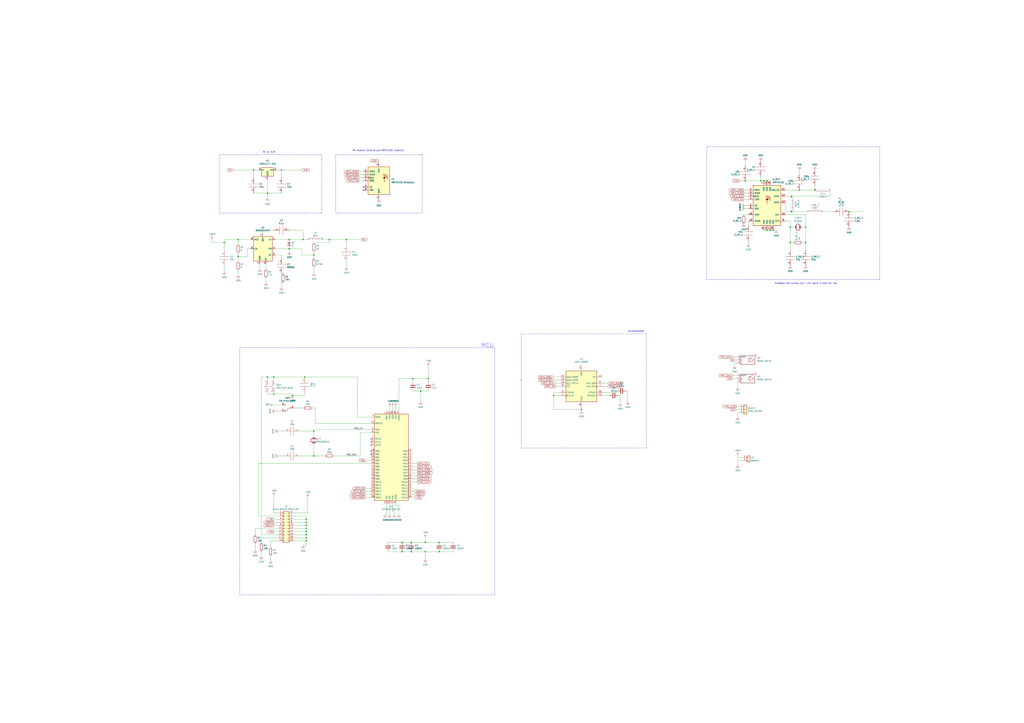
<source format=kicad_sch>
(kicad_sch (version 20211123) (generator eeschema)
  (paper "A1")
  (junction (at 349.25 453.39))
  (junction (at 251.46 436.88))
  (junction (at 219.71 309.88))
  (junction (at 219.71 158.75))
  (junction (at 257.81 374.65))
  (junction (at 635 189.23))
  (junction (at 251.46 441.96))
  (junction (at 240.03 325.12))
  (junction (at 337.82 453.39))
  (junction (at 360.68 453.39))
  (junction (at 237.49 196.85))
  (junction (at 669.29 156.21))
  (junction (at 661.67 199.39))
  (junction (at 251.46 444.5))
  (junction (at 627.38 148.59))
  (junction (at 632.46 189.23))
  (junction (at 284.48 196.85))
  (junction (at 656.59 156.21))
  (junction (at 224.79 309.88))
  (junction (at 224.79 323.85))
  (junction (at 349.25 445.77))
  (junction (at 337.82 445.77))
  (junction (at 251.46 431.8))
  (junction (at 195.58 196.85))
  (junction (at 351.79 311.15))
  (junction (at 250.19 309.88))
  (junction (at 624.84 148.59))
  (junction (at 231.14 139.7))
  (junction (at 697.23 173.99))
  (junction (at 251.46 429.26))
  (junction (at 257.81 354.33))
  (junction (at 257.81 209.55))
  (junction (at 661.67 186.69))
  (junction (at 270.51 196.85))
  (junction (at 648.97 199.39))
  (junction (at 345.44 321.31))
  (junction (at 629.92 189.23))
  (junction (at 330.2 453.39))
  (junction (at 248.92 196.85))
  (junction (at 360.68 445.77))
  (junction (at 251.46 439.42))
  (junction (at 208.28 139.7))
  (junction (at 237.49 204.47))
  (junction (at 650.24 173.99))
  (junction (at 251.46 426.72))
  (junction (at 184.15 199.39))
  (junction (at 454.66 325.12))
  (junction (at 650.24 161.29))
  (junction (at 629.92 148.59))
  (junction (at 612.14 148.59))
  (junction (at 195.58 210.82))
  (junction (at 648.97 186.69))
  (junction (at 339.09 311.15))
  (junction (at 251.46 434.34))
  (junction (at 477.52 336.55))
  (junction (at 330.2 445.77))
  (no_connect (at 304.8 363.22))
  (no_connect (at 304.8 360.68))
  (no_connect (at 298.45 153.67))
  (no_connect (at 304.8 373.38))
  (no_connect (at 304.8 370.84))
  (no_connect (at 304.8 365.76))
  (no_connect (at 298.45 156.21))
  (wire (pts (xy 219.71 309.88) (xy 224.79 309.88)))
  (wire (pts (xy 659.13 199.39) (xy 661.67 199.39)))
  (wire (pts (xy 339.09 313.69) (xy 339.09 311.15)))
  (wire (pts (xy 454.66 322.58) (xy 454.66 325.12)))
  (wire (pts (xy 337.82 406.4) (xy 340.36 406.4)))
  (wire (pts (xy 624.84 144.78) (xy 624.84 148.59)))
  (wire (pts (xy 251.46 434.34) (xy 251.46 436.88)))
  (wire (pts (xy 610.87 156.21) (xy 614.68 156.21)))
  (wire (pts (xy 212.09 424.18) (xy 212.09 381)))
  (wire (pts (xy 295.91 374.65) (xy 295.91 355.6)))
  (wire (pts (xy 195.58 196.85) (xy 184.15 196.85)))
  (wire (pts (xy 477.52 336.55) (xy 477.52 337.82)))
  (wire (pts (xy 610.87 161.29) (xy 614.68 161.29)))
  (wire (pts (xy 607.06 334.01) (xy 604.52 334.01)))
  (wire (pts (xy 226.06 209.55) (xy 231.14 209.55)))
  (wire (pts (xy 669.29 152.4) (xy 669.29 156.21)))
  (polyline (pts (xy 196.85 285.75) (xy 196.85 488.95)))
  (polyline (pts (xy 275.59 127) (xy 275.59 175.26)))
  (wire (pts (xy 274.32 374.65) (xy 295.91 374.65)))
  (wire (pts (xy 228.6 434.34) (xy 209.55 434.34)))
  (wire (pts (xy 224.79 322.58) (xy 224.79 323.85)))
  (wire (pts (xy 231.14 139.7) (xy 247.65 139.7)))
  (wire (pts (xy 320.04 337.82) (xy 320.04 334.01)))
  (wire (pts (xy 228.6 431.8) (xy 224.79 431.8)))
  (polyline (pts (xy 722.63 120.65) (xy 722.63 229.87)))
  (wire (pts (xy 684.53 173.99) (xy 675.64 173.99)))
  (wire (pts (xy 325.12 415.29) (xy 325.12 414.02)))
  (wire (pts (xy 231.14 158.75) (xy 219.71 158.75)))
  (wire (pts (xy 645.16 166.37) (xy 645.16 173.99)))
  (wire (pts (xy 247.65 204.47) (xy 247.65 209.55)))
  (wire (pts (xy 215.9 189.23) (xy 224.79 189.23)))
  (wire (pts (xy 610.87 158.75) (xy 614.68 158.75)))
  (wire (pts (xy 515.62 321.31) (xy 514.35 321.31)))
  (wire (pts (xy 237.49 196.85) (xy 248.92 196.85)))
  (wire (pts (xy 215.9 191.77) (xy 215.9 189.23)))
  (wire (pts (xy 241.3 426.72) (xy 251.46 426.72)))
  (wire (pts (xy 648.97 186.69) (xy 651.51 186.69)))
  (wire (pts (xy 195.58 210.82) (xy 195.58 208.28)))
  (wire (pts (xy 459.74 312.42) (xy 454.66 312.42)))
  (wire (pts (xy 195.58 226.06) (xy 195.58 222.25)))
  (polyline (pts (xy 427.99 274.32) (xy 427.99 368.3)))
  (wire (pts (xy 226.06 204.47) (xy 237.49 204.47)))
  (wire (pts (xy 257.81 374.65) (xy 257.81 365.76)))
  (wire (pts (xy 257.81 374.65) (xy 266.7 374.65)))
  (wire (pts (xy 648.97 199.39) (xy 648.97 205.74)))
  (wire (pts (xy 340.36 408.94) (xy 337.82 408.94)))
  (wire (pts (xy 320.04 414.02) (xy 320.04 422.91)))
  (wire (pts (xy 648.97 199.39) (xy 651.51 199.39)))
  (wire (pts (xy 241.3 431.8) (xy 251.46 431.8)))
  (wire (pts (xy 231.14 232.41) (xy 231.14 236.22)))
  (wire (pts (xy 627.38 148.59) (xy 629.92 148.59)))
  (wire (pts (xy 251.46 441.96) (xy 251.46 444.5)))
  (wire (pts (xy 317.5 414.02) (xy 317.5 422.91)))
  (wire (pts (xy 228.6 436.88) (xy 224.79 436.88)))
  (wire (pts (xy 304.8 347.98) (xy 259.08 347.98)))
  (wire (pts (xy 251.46 429.26) (xy 251.46 431.8)))
  (wire (pts (xy 250.19 325.12) (xy 250.19 322.58)))
  (wire (pts (xy 270.51 196.85) (xy 284.48 196.85)))
  (wire (pts (xy 213.36 217.17) (xy 213.36 220.98)))
  (wire (pts (xy 339.09 311.15) (xy 351.79 311.15)))
  (polyline (pts (xy 722.63 229.87) (xy 580.39 229.87)))
  (wire (pts (xy 205.74 196.85) (xy 195.58 196.85)))
  (wire (pts (xy 645.16 161.29) (xy 650.24 161.29)))
  (wire (pts (xy 284.48 196.85) (xy 297.18 196.85)))
  (wire (pts (xy 251.46 426.72) (xy 251.46 429.26)))
  (wire (pts (xy 337.82 386.08) (xy 342.9 386.08)))
  (polyline (pts (xy 406.4 285.75) (xy 406.4 488.95)))
  (wire (pts (xy 294.64 140.97) (xy 298.45 140.97)))
  (wire (pts (xy 337.82 391.16) (xy 342.9 391.16)))
  (wire (pts (xy 248.92 335.28) (xy 241.3 335.28)))
  (wire (pts (xy 322.58 420.37) (xy 323.85 420.37)))
  (wire (pts (xy 231.14 232.41) (xy 232.41 232.41)))
  (wire (pts (xy 257.81 354.33) (xy 257.81 358.14)))
  (wire (pts (xy 293.37 342.9) (xy 304.8 342.9)))
  (polyline (pts (xy 580.39 120.65) (xy 722.63 120.65)))
  (wire (pts (xy 241.3 429.26) (xy 251.46 429.26)))
  (wire (pts (xy 659.13 186.69) (xy 661.67 186.69)))
  (wire (pts (xy 224.79 421.64) (xy 224.79 407.67)))
  (wire (pts (xy 294.64 148.59) (xy 298.45 148.59)))
  (wire (pts (xy 323.85 420.37) (xy 323.85 422.91)))
  (wire (pts (xy 661.67 199.39) (xy 661.67 205.74)))
  (polyline (pts (xy 264.16 175.26) (xy 264.16 127)))
  (wire (pts (xy 349.25 453.39) (xy 360.68 453.39)))
  (wire (pts (xy 233.68 374.65) (xy 228.6 374.65)))
  (wire (pts (xy 240.03 325.12) (xy 250.19 325.12)))
  (wire (pts (xy 248.92 196.85) (xy 248.92 189.23)))
  (wire (pts (xy 327.66 337.82) (xy 327.66 311.15)))
  (wire (pts (xy 337.82 383.54) (xy 342.9 383.54)))
  (wire (pts (xy 222.25 461.01) (xy 222.25 457.2)))
  (wire (pts (xy 214.63 457.2) (xy 214.63 453.39)))
  (wire (pts (xy 247.65 209.55) (xy 257.81 209.55)))
  (wire (pts (xy 231.14 209.55) (xy 231.14 212.09)))
  (wire (pts (xy 240.03 325.12) (xy 240.03 323.85)))
  (wire (pts (xy 459.74 317.5) (xy 457.2 317.5)))
  (wire (pts (xy 318.77 445.77) (xy 330.2 445.77)))
  (wire (pts (xy 212.09 139.7) (xy 208.28 139.7)))
  (wire (pts (xy 173.99 199.39) (xy 173.99 196.85)))
  (wire (pts (xy 233.68 354.33) (xy 228.6 354.33)))
  (wire (pts (xy 612.14 171.45) (xy 614.68 171.45)))
  (wire (pts (xy 237.49 204.47) (xy 247.65 204.47)))
  (wire (pts (xy 231.14 224.79) (xy 232.41 224.79)))
  (wire (pts (xy 322.58 414.02) (xy 322.58 420.37)))
  (wire (pts (xy 184.15 223.52) (xy 184.15 218.44)))
  (wire (pts (xy 208.28 158.75) (xy 219.71 158.75)))
  (wire (pts (xy 648.97 186.69) (xy 648.97 199.39)))
  (wire (pts (xy 195.58 200.66) (xy 195.58 196.85)))
  (wire (pts (xy 219.71 323.85) (xy 219.71 322.58)))
  (wire (pts (xy 224.79 309.88) (xy 250.19 309.88)))
  (wire (pts (xy 251.46 431.8) (xy 251.46 434.34)))
  (wire (pts (xy 605.79 342.9) (xy 605.79 339.09)))
  (polyline (pts (xy 180.34 175.26) (xy 264.16 175.26)))
  (wire (pts (xy 629.92 189.23) (xy 632.46 189.23)))
  (wire (pts (xy 337.82 396.24) (xy 342.9 396.24)))
  (wire (pts (xy 612.14 168.91) (xy 614.68 168.91)))
  (wire (pts (xy 495.3 322.58) (xy 506.73 322.58)))
  (wire (pts (xy 184.15 205.74) (xy 184.15 199.39)))
  (polyline (pts (xy 275.59 175.26) (xy 346.71 175.26)))
  (wire (pts (xy 209.55 447.04) (xy 209.55 452.12)))
  (wire (pts (xy 454.66 325.12) (xy 459.74 325.12)))
  (wire (pts (xy 605.79 295.91) (xy 604.52 295.91)))
  (wire (pts (xy 228.6 441.96) (xy 214.63 441.96)))
  (wire (pts (xy 241.3 444.5) (xy 251.46 444.5)))
  (polyline (pts (xy 264.16 127) (xy 180.34 127)))
  (wire (pts (xy 645.16 173.99) (xy 650.24 173.99)))
  (wire (pts (xy 226.06 196.85) (xy 237.49 196.85)))
  (wire (pts (xy 656.59 156.21) (xy 669.29 156.21)))
  (wire (pts (xy 645.16 156.21) (xy 656.59 156.21)))
  (wire (pts (xy 607.06 336.55) (xy 604.52 336.55)))
  (polyline (pts (xy 427.99 368.3) (xy 530.86 368.3)))
  (wire (pts (xy 252.73 421.64) (xy 252.73 408.94)))
  (wire (pts (xy 345.44 330.2) (xy 345.44 321.31)))
  (wire (pts (xy 351.79 321.31) (xy 345.44 321.31)))
  (wire (pts (xy 248.92 189.23) (xy 237.49 189.23)))
  (wire (pts (xy 294.64 146.05) (xy 298.45 146.05)))
  (wire (pts (xy 349.25 459.74) (xy 349.25 453.39)))
  (wire (pts (xy 218.44 232.41) (xy 218.44 228.6)))
  (wire (pts (xy 184.15 196.85) (xy 184.15 199.39)))
  (wire (pts (xy 295.91 355.6) (xy 304.8 355.6)))
  (wire (pts (xy 661.67 186.69) (xy 661.67 199.39)))
  (wire (pts (xy 241.3 434.34) (xy 251.46 434.34)))
  (wire (pts (xy 327.66 311.15) (xy 339.09 311.15)))
  (wire (pts (xy 257.81 199.39) (xy 270.51 199.39)))
  (wire (pts (xy 627.38 189.23) (xy 629.92 189.23)))
  (wire (pts (xy 251.46 424.18) (xy 251.46 426.72)))
  (wire (pts (xy 508 325.12) (xy 509.27 325.12)))
  (wire (pts (xy 173.99 199.39) (xy 184.15 199.39)))
  (polyline (pts (xy 580.39 120.65) (xy 580.39 229.87)))
  (wire (pts (xy 259.08 347.98) (xy 259.08 335.28)))
  (wire (pts (xy 624.84 148.59) (xy 627.38 148.59)))
  (wire (pts (xy 495.3 325.12) (xy 500.38 325.12)))
  (wire (pts (xy 605.79 311.15) (xy 601.98 311.15)))
  (wire (pts (xy 284.48 196.85) (xy 284.48 201.93)))
  (wire (pts (xy 337.82 381) (xy 342.9 381)))
  (wire (pts (xy 224.79 312.42) (xy 224.79 309.88)))
  (wire (pts (xy 228.6 421.64) (xy 224.79 421.64)))
  (wire (pts (xy 191.77 139.7) (xy 208.28 139.7)))
  (polyline (pts (xy 427.99 312.42) (xy 426.72 312.42)))
  (wire (pts (xy 609.6 378.46) (xy 605.79 378.46)))
  (wire (pts (xy 603.25 298.45) (xy 605.79 298.45)))
  (wire (pts (xy 697.23 173.99) (xy 708.66 173.99)))
  (wire (pts (xy 609.6 375.92) (xy 605.79 375.92)))
  (wire (pts (xy 610.87 163.83) (xy 614.68 163.83)))
  (wire (pts (xy 661.67 176.53) (xy 661.67 186.69)))
  (wire (pts (xy 250.19 309.88) (xy 293.37 309.88)))
  (wire (pts (xy 195.58 210.82) (xy 203.2 210.82)))
  (wire (pts (xy 605.79 293.37) (xy 601.98 293.37)))
  (wire (pts (xy 228.6 444.5) (xy 222.25 444.5)))
  (wire (pts (xy 605.79 339.09) (xy 607.06 339.09)))
  (wire (pts (xy 327.66 422.91) (xy 327.66 415.29)))
  (wire (pts (xy 337.82 388.62) (xy 342.9 388.62)))
  (wire (pts (xy 337.82 393.7) (xy 342.9 393.7)))
  (wire (pts (xy 241.3 439.42) (xy 251.46 439.42)))
  (polyline (pts (xy 196.85 488.95) (xy 406.4 488.95)))
  (wire (pts (xy 349.25 445.77) (xy 349.25 441.96)))
  (wire (pts (xy 241.3 421.64) (xy 252.73 421.64)))
  (wire (pts (xy 228.6 439.42) (xy 214.63 439.42)))
  (wire (pts (xy 203.2 210.82) (xy 203.2 204.47)))
  (wire (pts (xy 360.68 445.77) (xy 372.11 445.77)))
  (wire (pts (xy 209.55 434.34) (xy 209.55 439.42)))
  (wire (pts (xy 246.38 354.33) (xy 257.81 354.33)))
  (wire (pts (xy 351.79 311.15) (xy 351.79 300.99)))
  (wire (pts (xy 311.15 132.08) (xy 311.15 133.35)))
  (wire (pts (xy 605.79 375.92) (xy 605.79 374.65)))
  (wire (pts (xy 246.38 374.65) (xy 257.81 374.65)))
  (wire (pts (xy 259.08 335.28) (xy 256.54 335.28)))
  (wire (pts (xy 241.3 441.96) (xy 251.46 441.96)))
  (wire (pts (xy 629.92 148.59) (xy 632.46 148.59)))
  (wire (pts (xy 214.63 441.96) (xy 214.63 445.77)))
  (wire (pts (xy 351.79 311.15) (xy 351.79 313.69)))
  (wire (pts (xy 515.62 330.2) (xy 515.62 321.31)))
  (wire (pts (xy 251.46 439.42) (xy 251.46 441.96)))
  (wire (pts (xy 322.58 337.82) (xy 322.58 334.01)))
  (polyline (pts (xy 180.34 127) (xy 180.34 175.26)))
  (wire (pts (xy 195.58 214.63) (xy 195.58 210.82)))
  (wire (pts (xy 299.72 401.32) (xy 304.8 401.32)))
  (wire (pts (xy 219.71 158.75) (xy 219.71 147.32)))
  (wire (pts (xy 509.27 325.12) (xy 509.27 331.47)))
  (wire (pts (xy 299.72 406.4) (xy 304.8 406.4)))
  (wire (pts (xy 349.25 445.77) (xy 360.68 445.77)))
  (wire (pts (xy 656.59 139.7) (xy 656.59 143.51)))
  (wire (pts (xy 650.24 173.99) (xy 662.94 173.99)))
  (wire (pts (xy 495.3 314.96) (xy 499.11 314.96)))
  (wire (pts (xy 327.66 415.29) (xy 325.12 415.29)))
  (wire (pts (xy 650.24 161.29) (xy 681.99 161.29)))
  (polyline (pts (xy 346.71 127) (xy 346.71 175.26)))
  (wire (pts (xy 219.71 312.42) (xy 219.71 309.88)))
  (wire (pts (xy 294.64 143.51) (xy 298.45 143.51)))
  (wire (pts (xy 605.79 308.61) (xy 601.98 308.61)))
  (wire (pts (xy 214.63 309.88) (xy 219.71 309.88)))
  (wire (pts (xy 610.87 176.53) (xy 614.68 176.53)))
  (wire (pts (xy 224.79 323.85) (xy 219.71 323.85)))
  (wire (pts (xy 360.68 453.39) (xy 372.11 453.39)))
  (wire (pts (xy 251.46 444.5) (xy 251.46 448.31)))
  (wire (pts (xy 454.66 325.12) (xy 454.66 336.55)))
  (wire (pts (xy 248.92 196.85) (xy 252.73 196.85)))
  (wire (pts (xy 304.8 378.46) (xy 300.99 378.46)))
  (wire (pts (xy 603.25 300.99) (xy 603.25 298.45)))
  (wire (pts (xy 284.48 219.71) (xy 284.48 214.63)))
  (wire (pts (xy 304.8 353.06) (xy 257.81 353.06)))
  (wire (pts (xy 228.6 424.18) (xy 212.09 424.18)))
  (wire (pts (xy 208.28 139.7) (xy 208.28 146.05)))
  (wire (pts (xy 337.82 453.39) (xy 330.2 453.39)))
  (wire (pts (xy 645.16 181.61) (xy 648.97 181.61)))
  (wire (pts (xy 681.99 161.29) (xy 681.99 156.21)))
  (wire (pts (xy 231.14 332.74) (xy 224.79 332.74)))
  (wire (pts (xy 231.14 337.82) (xy 226.06 337.82)))
  (wire (pts (xy 337.82 445.77) (xy 349.25 445.77)))
  (wire (pts (xy 241.3 436.88) (xy 251.46 436.88)))
  (wire (pts (xy 257.81 207.01) (xy 257.81 209.55)))
  (wire (pts (xy 257.81 353.06) (xy 257.81 354.33)))
  (wire (pts (xy 257.81 209.55) (xy 257.81 212.09)))
  (wire (pts (xy 614.68 198.12) (xy 614.68 200.66)))
  (wire (pts (xy 612.14 148.59) (xy 624.84 148.59)))
  (wire (pts (xy 605.79 378.46) (xy 605.79 382.27)))
  (wire (pts (xy 222.25 444.5) (xy 222.25 449.58)))
  (wire (pts (xy 227.33 139.7) (xy 231.14 139.7)))
  (wire (pts (xy 228.6 429.26) (xy 224.79 429.26)))
  (wire (pts (xy 203.2 204.47) (xy 205.74 204.47)))
  (wire (pts (xy 218.44 220.98) (xy 218.44 217.17)))
  (wire (pts (xy 612.14 132.08) (xy 612.14 135.89)))
  (wire (pts (xy 605.79 318.77) (xy 605.79 313.69)))
  (wire (pts (xy 251.46 448.31) (xy 248.92 448.31)))
  (wire (pts (xy 241.3 424.18) (xy 251.46 424.18)))
  (wire (pts (xy 608.33 148.59) (xy 612.14 148.59)))
  (polyline (pts (xy 530.86 368.3) (xy 530.86 274.32)))
  (wire (pts (xy 645.16 176.53) (xy 661.67 176.53)))
  (wire (pts (xy 337.82 403.86) (xy 340.36 403.86)))
  (wire (pts (xy 304.8 408.94) (xy 299.72 408.94)))
  (wire (pts (xy 240.03 323.85) (xy 224.79 323.85)))
  (wire (pts (xy 251.46 436.88) (xy 251.46 439.42)))
  (wire (pts (xy 214.63 439.42) (xy 214.63 309.88)))
  (wire (pts (xy 648.97 181.61) (xy 648.97 186.69)))
  (wire (pts (xy 632.46 189.23) (xy 635 189.23)))
  (polyline (pts (xy 530.86 274.32) (xy 427.99 274.32)))
  (wire (pts (xy 454.66 336.55) (xy 477.52 336.55)))
  (wire (pts (xy 614.68 181.61) (xy 614.68 185.42)))
  (wire (pts (xy 228.6 426.72) (xy 224.79 426.72)))
  (wire (pts (xy 325.12 337.82) (xy 325.12 334.01)))
  (wire (pts (xy 270.51 199.39) (xy 270.51 196.85)))
  (wire (pts (xy 337.82 453.39) (xy 349.25 453.39)))
  (wire (pts (xy 237.49 204.47) (xy 237.49 207.01)))
  (polyline (pts (xy 196.85 285.75) (xy 406.4 285.75)))
  (wire (pts (xy 219.71 158.75) (xy 219.71 162.56)))
  (wire (pts (xy 495.3 317.5) (xy 499.11 317.5)))
  (wire (pts (xy 212.09 381) (xy 304.8 381)))
  (wire (pts (xy 635 189.23) (xy 637.54 189.23)))
  (wire (pts (xy 330.2 445.77) (xy 337.82 445.77)))
  (wire (pts (xy 459.74 322.58) (xy 454.66 322.58)))
  (wire (pts (xy 317.5 422.91) (xy 316.23 422.91)))
  (wire (pts (xy 293.37 309.88) (xy 293.37 342.9)))
  (wire (pts (xy 455.93 314.96) (xy 459.74 314.96)))
  (wire (pts (xy 318.77 453.39) (xy 330.2 453.39)))
  (wire (pts (xy 270.51 196.85) (xy 265.43 196.85)))
  (wire (pts (xy 345.44 321.31) (xy 339.09 321.31)))
  (wire (pts (xy 459.74 309.88) (xy 454.66 309.88)))
  (polyline (pts (xy 346.71 127) (xy 275.59 127)))
  (wire (pts (xy 299.72 403.86) (xy 304.8 403.86)))
  (wire (pts (xy 231.14 139.7) (xy 231.14 146.05)))
  (wire (pts (xy 257.81 219.71) (xy 257.81 224.79)))
  (wire (pts (xy 477.52 335.28) (xy 477.52 336.55)))
  (wire (pts (xy 506.73 322.58) (xy 506.73 321.31)))
  (text "Probably not correct but i will leave it here for now\n" (at 636.27 233.68 0) (effects (font (size 1.27 1.27)) (justify left bottom)))
  (text "MCU" (at 394.97 285.75 0) (effects (font (size 3.2766 3.2766)) (justify left bottom)))
  (text "RC module (slot to put NRF24L01 module)\n" (at 289.56 124.46 0) (effects (font (size 1.27 1.27)) (justify left bottom)))
  (text "5V to 3.3V\n" (at 215.9 125.73 0) (effects (font (size 1.27 1.27)) (justify left bottom)))
  (text "Accelerometer" (at 515.62 273.05 0) (effects (font (size 1.27 1.27)) (justify left bottom)))
  (label "OSC_OUT" (at 284.48 374.65 0))
  (label "OSC_IN" (at 290.83 353.06 0))
  (global_label "SPI1_CS" (shape input) (at 457.2 317.5 180) (property "Intersheet References" "${INTERSHEET_REFS}" (effects hide)))
  (global_label "TIM1_CH2" (shape output) (at 342.9 393.7 0) (property "Intersheet References" "${INTERSHEET_REFS}" (effects hide)))
  (global_label "SWCLK" (shape input) (at 340.36 406.4 0) (property "Intersheet References" "${INTERSHEET_REFS}" (effects hide)))
  (global_label "SPI1_SCK" (shape output) (at 610.87 161.29 180) (property "Intersheet References" "${INTERSHEET_REFS}" (effects hide)))
  (global_label "SPI1_MISO" (shape output) (at 294.64 143.51 180) (property "Intersheet References" "${INTERSHEET_REFS}" (effects hide)))
  (global_label "SPI1_MOSI" (shape output) (at 294.64 140.97 180) (property "Intersheet References" "${INTERSHEET_REFS}" (effects hide)))
  (global_label "SPI2_MOSI" (shape input) (at 499.11 314.96 0) (property "Intersheet References" "${INTERSHEET_REFS}" (effects hide)))
  (global_label "SPI2_CS" (shape output) (at 299.72 401.32 180) (property "Intersheet References" "${INTERSHEET_REFS}" (effects hide)))
  (global_label "SPI1_MISO" (shape output) (at 342.9 386.08 0) (property "Intersheet References" "${INTERSHEET_REFS}" (effects hide)))
  (global_label "5V" (shape input) (at 604.52 295.91 180) (property "Intersheet References" "${INTERSHEET_REFS}" (effects hide)))
  (global_label "SPI1_MOSI" (shape input) (at 454.66 309.88 180) (property "Intersheet References" "${INTERSHEET_REFS}" (effects hide)))
  (global_label "5V" (shape input) (at 601.98 311.15 180) (property "Intersheet References" "${INTERSHEET_REFS}" (effects hide)))
  (global_label "TIM1_CH3" (shape output) (at 604.52 334.01 180) (property "Intersheet References" "${INTERSHEET_REFS}" (effects hide)))
  (global_label "SPI1_SCK" (shape input) (at 455.93 314.96 180) (property "Intersheet References" "${INTERSHEET_REFS}" (effects hide)))
  (global_label "3.3V" (shape input) (at 608.33 148.59 180) (property "Intersheet References" "${INTERSHEET_REFS}" (effects hide)))
  (global_label "SPI1_CS" (shape output) (at 342.9 381 0) (property "Intersheet References" "${INTERSHEET_REFS}" (effects hide)))
  (global_label "SPI2_SCK" (shape input) (at 499.11 317.5 0) (property "Intersheet References" "${INTERSHEET_REFS}" (effects hide)))
  (global_label "SPI1_SCK" (shape output) (at 294.64 146.05 180) (property "Intersheet References" "${INTERSHEET_REFS}" (effects hide)))
  (global_label "JTDI" (shape output) (at 224.79 426.72 180) (property "Intersheet References" "${INTERSHEET_REFS}" (effects hide)))
  (global_label "TDO" (shape input) (at 300.99 378.46 180) (property "Intersheet References" "${INTERSHEET_REFS}" (effects hide)))
  (global_label "SPI1_MISO" (shape output) (at 610.87 158.75 180) (property "Intersheet References" "${INTERSHEET_REFS}" (effects hide)))
  (global_label "SWDIO" (shape output) (at 224.79 429.26 180) (property "Intersheet References" "${INTERSHEET_REFS}" (effects hide)))
  (global_label "SPI1_CS" (shape output) (at 294.64 148.59 180) (property "Intersheet References" "${INTERSHEET_REFS}" (effects hide)))
  (global_label "5V" (shape input) (at 191.77 139.7 180) (property "Intersheet References" "${INTERSHEET_REFS}" (effects hide)))
  (global_label "5V" (shape input) (at 604.52 336.55 180) (property "Intersheet References" "${INTERSHEET_REFS}" (effects hide)))
  (global_label "SPI2_MOSI" (shape output) (at 299.72 408.94 180) (property "Intersheet References" "${INTERSHEET_REFS}" (effects hide)))
  (global_label "SPI2_SCK" (shape output) (at 299.72 403.86 180) (property "Intersheet References" "${INTERSHEET_REFS}" (effects hide)))
  (global_label "TIM1_CH1" (shape input) (at 601.98 293.37 180) (property "Intersheet References" "${INTERSHEET_REFS}" (effects hide)))
  (global_label "3.3V" (shape input) (at 311.15 132.08 180) (property "Intersheet References" "${INTERSHEET_REFS}" (effects hide)))
  (global_label "3.3V" (shape input) (at 247.65 139.7 0) (property "Intersheet References" "${INTERSHEET_REFS}" (effects hide)))
  (global_label "TIM1_CH2" (shape input) (at 601.98 308.61 180) (property "Intersheet References" "${INTERSHEET_REFS}" (effects hide)))
  (global_label "SPI1_MOSI" (shape output) (at 342.9 388.62 0) (property "Intersheet References" "${INTERSHEET_REFS}" (effects hide)))
  (global_label "SPI1_MISO" (shape input) (at 454.66 312.42 180) (property "Intersheet References" "${INTERSHEET_REFS}" (effects hide)))
  (global_label "SPI1_SCK" (shape output) (at 342.9 383.54 0) (property "Intersheet References" "${INTERSHEET_REFS}" (effects hide)))
  (global_label "SPI1_CS" (shape output) (at 610.87 163.83 180) (property "Intersheet References" "${INTERSHEET_REFS}" (effects hide)))
  (global_label "JTDI" (shape input) (at 340.36 408.94 0) (property "Intersheet References" "${INTERSHEET_REFS}" (effects hide)))
  (global_label "TIM1_CH3" (shape output) (at 342.9 396.24 0) (property "Intersheet References" "${INTERSHEET_REFS}" (effects hide)))
  (global_label "SPI1_MOSI" (shape output) (at 610.87 156.21 180) (property "Intersheet References" "${INTERSHEET_REFS}" (effects hide)))
  (global_label "5V" (shape output) (at 297.18 196.85 0) (property "Intersheet References" "${INTERSHEET_REFS}" (effects hide)))
  (global_label "SWDIO" (shape input) (at 340.36 403.86 0) (property "Intersheet References" "${INTERSHEET_REFS}" (effects hide)))
  (global_label "SPI2_MISO" (shape output) (at 299.72 406.4 180) (property "Intersheet References" "${INTERSHEET_REFS}" (effects hide)))
  (global_label "TDO" (shape output) (at 224.79 436.88 180) (property "Intersheet References" "${INTERSHEET_REFS}" (effects hide)))
  (global_label "TIM1_CH1" (shape output) (at 342.9 391.16 0) (property "Intersheet References" "${INTERSHEET_REFS}" (effects hide)))
  (global_label "SWCLK" (shape output) (at 224.79 431.8 180) (property "Intersheet References" "${INTERSHEET_REFS}" (effects hide)))
  (symbol (lib_id "power:GND") (at 240.03 325.12 0) (unit 1)
    (property "Reference" "#PWR?" (effects hide))
    (property "Value" "GND" (at 240.157 329.5142 0))
  )
  (symbol (lib_id "pspice:C") (at 184.15 212.09 0) (unit 1)
    (property "Reference" "C?" (at 188.6712 210.9216 0) (effects (justify left)))
    (property "Value" "10u" (at 188.6712 213.233 0) (effects (justify left)))
  )
  (symbol (lib_id "Device:R") (at 252.73 335.28 270) (unit 1)
    (property "Reference" "R?" (at 252.73 330.0222 90))
    (property "Value" "10K" (at 252.73 332.3336 90))
  )
  (symbol (lib_id "power:GND") (at 661.67 218.44 0) (unit 1)
    (property "Reference" "#PWR?" (effects hide))
    (property "Value" "GND" (at 661.797 222.8342 0))
  )
  (symbol (lib_id "power:VDD") (at 322.58 334.01 0) (unit 1)
    (property "Reference" "#PWR?" (effects hide))
    (property "Value" "VDD" (at 322.961 329.6158 0))
  )
  (symbol (lib_id "pspice:C") (at 208.28 152.4 0) (unit 1)
    (property "Reference" "C?" (at 212.8012 151.2316 0) (effects (justify left)))
    (property "Value" "10u" (at 212.8012 153.543 0) (effects (justify left)))
  )
  (symbol (lib_id "pspice:C") (at 690.88 173.99 90) (unit 1)
    (property "Reference" "C_RC_?" (at 689.7116 169.4688 0) (effects (justify left)))
    (property "Value" "1.5p" (at 692.023 169.4688 0) (effects (justify left)))
  )
  (symbol (lib_id "Device:R") (at 222.25 453.39 0) (unit 1)
    (property "Reference" "R?" (at 224.028 452.2216 0) (effects (justify left)))
    (property "Value" "10k" (at 224.028 454.533 0) (effects (justify left)))
  )
  (symbol (lib_id "Device:Crystal") (at 257.81 361.95 270) (unit 1)
    (property "Reference" "Y?" (at 261.1374 360.7816 90) (effects (justify left)))
    (property "Value" "8.000MHZ" (at 261.1374 363.093 90) (effects (justify left)))
  )
  (symbol (lib_id "pspice:C") (at 231.14 189.23 90) (unit 1)
    (property "Reference" "C?" (at 231.14 181.229 90))
    (property "Value" "0.1u" (at 231.14 183.5404 90))
  )
  (symbol (lib_id "Device:R") (at 195.58 218.44 0) (unit 1)
    (property "Reference" "R?" (at 197.358 217.2716 0) (effects (justify left)))
    (property "Value" "R" (at 197.358 219.583 0) (effects (justify left)))
  )
  (symbol (lib_id "power:VDD") (at 224.79 407.67 0) (unit 1)
    (property "Reference" "#PWR?" (effects hide))
    (property "Value" "VDD" (at 225.171 403.2758 0))
  )
  (symbol (lib_id "power:GND") (at 226.06 337.82 270) (unit 1)
    (property "Reference" "#PWR?" (effects hide))
    (property "Value" "GND" (at 221.6658 337.947 0))
  )
  (symbol (lib_id "power:GND") (at 327.66 422.91 0) (unit 1)
    (property "Reference" "#PWR?" (effects hide))
    (property "Value" "GND" (at 327.787 427.3042 0))
  )
  (symbol (lib_id "Device:C") (at 504.19 325.12 90) (unit 1)
    (property "Reference" "C?" (at 504.19 318.7192 90))
    (property "Value" "0.1u" (at 504.19 321.0306 90))
  )
  (symbol (lib_id "Device:C") (at 372.11 449.58 0) (unit 1)
    (property "Reference" "C?" (at 375.031 448.4116 0) (effects (justify left)))
    (property "Value" "100nF" (at 375.031 450.723 0) (effects (justify left)))
  )
  (symbol (lib_id "power:+BATT") (at 173.99 196.85 0) (unit 1)
    (property "Reference" "#PWR?" (effects hide))
    (property "Value" "+BATT" (at 174.371 192.4558 0))
  )
  (symbol (lib_id "power:GND") (at 509.27 331.47 0) (unit 1)
    (property "Reference" "#PWR?" (effects hide))
    (property "Value" "GND" (at 509.397 335.8642 0))
  )
  (symbol (lib_id "power:+BATT") (at 605.79 374.65 0) (unit 1)
    (property "Reference" "#PWR?" (effects hide))
    (property "Value" "+BATT" (at 606.171 370.2558 0))
  )
  (symbol (lib_id "power:GND") (at 218.44 232.41 0) (unit 1)
    (property "Reference" "#PWR?" (effects hide))
    (property "Value" "GND" (at 218.567 236.8042 0))
  )
  (symbol (lib_id "Device:R") (at 195.58 204.47 0) (unit 1)
    (property "Reference" "R?" (at 197.358 203.3016 0) (effects (justify left)))
    (property "Value" "R" (at 197.358 205.613 0) (effects (justify left)))
  )
  (symbol (lib_id "power:GND") (at 669.29 139.7 180) (unit 1)
    (property "Reference" "#PWR?" (effects hide))
    (property "Value" "GND" (at 669.163 135.3058 0))
  )
  (symbol (lib_id "RF:NRF24L01") (at 629.92 168.91 0) (unit 1)
    (property "Reference" "U_RC?" (at 634.4794 147.32 0) (effects (justify left)))
    (property "Value" "NRF24L01" (at 634.4794 149.86 0) (effects (justify left)))
    (property "Footprint" "Package_DFN_QFN:QFN-20-1EP_4x4mm_P0.5mm_EP2.5x2.5mm" (effects hide))
    (property "Datasheet" "http://www.nordicsemi.com/eng/content/download/2730/34105/file/nRF24L01_Product_Specification_v2_0.pdf" (effects hide))
  )
  (symbol (lib_id "Device:D") (at 237.49 200.66 270) (unit 1)
    (property "Reference" "D?" (at 239.522 199.4916 90) (effects (justify left)))
    (property "Value" "D" (at 239.522 201.803 90) (effects (justify left)))
  )
  (symbol (lib_id "power:GND") (at 248.92 448.31 0) (unit 1)
    (property "Reference" "#PWR?" (effects hide))
    (property "Value" "GND" (at 249.047 452.7042 0))
  )
  (symbol (lib_id "power:GND") (at 612.14 168.91 270) (unit 1)
    (property "Reference" "#PWR?" (effects hide))
    (property "Value" "GND" (at 607.7458 169.037 0))
  )
  (symbol (lib_id "power:VDD") (at 224.79 332.74 90) (unit 1)
    (property "Reference" "#PWR?" (effects hide))
    (property "Value" "VDD" (at 221.5642 332.359 90) (effects (justify left)))
  )
  (symbol (lib_id "power:GND") (at 697.23 186.69 0) (unit 1)
    (property "Reference" "#PWR?" (effects hide))
    (property "Value" "GND" (at 697.357 191.0842 0))
  )
  (symbol (lib_id "power:GND") (at 605.79 382.27 0) (unit 1)
    (property "Reference" "#PWR?" (effects hide))
    (property "Value" "GND" (at 605.917 386.6642 0))
  )
  (symbol (lib_id "power:GND") (at 213.36 220.98 0) (unit 1)
    (property "Reference" "#PWR?" (effects hide))
    (property "Value" "GND" (at 213.487 225.3742 0))
  )
  (symbol (lib_id "Device:C") (at 330.2 449.58 0) (unit 1)
    (property "Reference" "C?" (at 333.121 448.4116 0) (effects (justify left)))
    (property "Value" "100nF" (at 333.121 450.723 0) (effects (justify left)))
  )
  (symbol (lib_id "pspice:C") (at 624.84 138.43 180) (unit 1)
    (property "Reference" "C_RC_?" (at 620.3188 139.5984 0) (effects (justify left)))
    (property "Value" "1n" (at 620.3188 137.287 0) (effects (justify left)))
  )
  (symbol (lib_id "power:GND") (at 284.48 219.71 0) (unit 1)
    (property "Reference" "#PWR?" (effects hide))
    (property "Value" "GND" (at 284.607 224.1042 0))
  )
  (symbol (lib_id "power:GND") (at 612.14 171.45 270) (unit 1)
    (property "Reference" "#PWR?" (effects hide))
    (property "Value" "GND" (at 607.7458 171.577 0))
  )
  (symbol (lib_id "power:GND") (at 349.25 459.74 0) (unit 1)
    (property "Reference" "#PWR?" (effects hide))
    (property "Value" "GND" (at 349.377 464.1342 0))
  )
  (symbol (lib_id "power:GND") (at 610.87 184.15 0) (unit 1)
    (property "Reference" "#PWR?" (effects hide))
    (property "Value" "GND" (at 610.997 188.5442 0))
  )
  (symbol (lib_id "Device:R") (at 610.87 180.34 180) (unit 1)
    (property "Reference" "R_RC_?" (at 609.092 181.5084 0) (effects (justify left)))
    (property "Value" "22K" (at 609.092 179.197 0) (effects (justify left)))
  )
  (symbol (lib_id "pspice:CAP") (at 250.19 316.23 180) (unit 1)
    (property "Reference" "C?" (at 258.191 316.23 90))
    (property "Value" "20p" (at 255.8796 316.23 90))
    (property "Footprint" "Capacitor_THT:CP_Axial_L10.0mm_D4.5mm_P15.00mm_Horizontal" (effects hide))
  )
  (symbol (lib_id "Device:C") (at 337.82 449.58 0) (unit 1)
    (property "Reference" "C?" (at 340.741 448.4116 0) (effects (justify left)))
    (property "Value" "100nF" (at 340.741 450.723 0) (effects (justify left)))
  )
  (symbol (lib_id "pspice:C") (at 231.14 218.44 0) (unit 1)
    (property "Reference" "C?" (at 235.6612 217.2716 0) (effects (justify left)))
    (property "Value" "6800p" (at 235.6612 219.583 0) (effects (justify left)))
  )
  (symbol (lib_id "Device:C") (at 351.79 317.5 0) (unit 1)
    (property "Reference" "C?" (at 354.711 316.3316 0) (effects (justify left)))
    (property "Value" "1uF" (at 354.711 318.643 0) (effects (justify left)))
    (property "Footprint" "Capacitor_THT:CP_Axial_L10.0mm_D4.5mm_P15.00mm_Horizontal" (effects hide))
  )
  (symbol (lib_id "power:GND") (at 222.25 461.01 0) (unit 1)
    (property "Reference" "#PWR?" (effects hide))
    (property "Value" "GND" (at 222.377 465.4042 0))
  )
  (symbol (lib_id "Device:R") (at 655.32 199.39 90) (unit 1)
    (property "Reference" "R_RC_?" (at 654.1516 197.612 0) (effects (justify left)))
    (property "Value" "1M" (at 656.463 197.612 0) (effects (justify left)))
  )
  (symbol (lib_id "power:VDD") (at 351.79 300.99 0) (unit 1)
    (property "Reference" "#PWR?" (effects hide))
    (property "Value" "VDD" (at 352.171 296.5958 0))
  )
  (symbol (lib_id "power:GND") (at 614.68 200.66 0) (unit 1)
    (property "Reference" "#PWR?" (effects hide))
    (property "Value" "GND" (at 614.807 205.0542 0))
  )
  (symbol (lib_id "power:GND") (at 219.71 162.56 0) (unit 1)
    (property "Reference" "#PWR?" (effects hide))
    (property "Value" "GND" (at 219.71 167.64 0))
  )
  (symbol (lib_id "power:GND") (at 184.15 223.52 0) (unit 1)
    (property "Reference" "#PWR?" (effects hide))
    (property "Value" "GND" (at 184.277 227.9142 0))
  )
  (symbol (lib_id "power:VDD") (at 320.04 334.01 0) (unit 1)
    (property "Reference" "#PWR?" (effects hide))
    (property "Value" "VDD" (at 320.421 329.6158 0))
  )
  (symbol (lib_id "power:GND") (at 209.55 452.12 0) (unit 1)
    (property "Reference" "#PWR?" (effects hide))
    (property "Value" "GND" (at 209.677 456.5142 0))
  )
  (symbol (lib_id "power:GND") (at 612.14 132.08 180) (unit 1)
    (property "Reference" "#PWR?" (effects hide))
    (property "Value" "GND" (at 612.013 127.6858 0))
  )
  (symbol (lib_id "power:GND") (at 477.52 337.82 0) (unit 1)
    (property "Reference" "#PWR?" (effects hide))
    (property "Value" "GND" (at 477.647 342.2142 0))
  )
  (symbol (lib_id "Regulator_Linear:AMS1117-3.3") (at 219.71 139.7 0) (unit 1)
    (property "Reference" "U?" (at 219.71 132.08 0))
    (property "Value" "AMS1117-3.3" (at 219.71 134.62 0))
    (property "Footprint" "Package_TO_SOT_SMD:SOT-223-3_TabPin2" (effects hide))
    (property "Datasheet" "http://www.advanced-monolithic.com/pdf/ds1117.pdf" (effects hide))
  )
  (symbol (lib_id "power:GND") (at 320.04 422.91 0) (unit 1)
    (property "Reference" "#PWR?" (effects hide))
    (property "Value" "GND" (at 320.167 427.3042 0))
  )
  (symbol (lib_id "Device:C") (at 360.68 449.58 0) (unit 1)
    (property "Reference" "C?" (at 363.601 448.4116 0) (effects (justify left)))
    (property "Value" "100nF" (at 363.601 450.723 0) (effects (justify left)))
  )
  (symbol (lib_id "Connector_Generic:Conn_02x10_Odd_Even") (at 233.68 431.8 0) (unit 1)
    (property "Reference" "J?" (at 234.95 416.1282 0))
    (property "Value" "Conn_02x10_Odd_Even" (at 234.95 418.4396 0))
  )
  (symbol (lib_id "power:GND") (at 228.6 354.33 270) (unit 1)
    (property "Reference" "#PWR?" (effects hide))
    (property "Value" "GND" (at 224.2058 354.457 0))
  )
  (symbol (lib_id "pspice:INDUCTOR") (at 259.08 196.85 0) (unit 1)
    (property "Reference" "L?" (at 259.08 191.389 0))
    (property "Value" "33u" (at 259.08 193.7004 0))
  )
  (symbol (lib_id "pspice:CAP") (at 240.03 374.65 270) (unit 1)
    (property "Reference" "C?" (at 240.03 366.649 90))
    (property "Value" "20p" (at 240.03 368.9604 90))
    (property "Footprint" "Capacitor_THT:CP_Axial_L10.0mm_D4.5mm_P15.00mm_Horizontal" (effects hide))
  )
  (symbol (lib_id "Connector_Generic:Conn_01x02") (at 614.68 375.92 0) (unit 1)
    (property "Reference" "J?" (at 616.712 376.1232 0) (effects (justify left)))
    (property "Value" "Battery" (at 616.712 378.4346 0) (effects (justify left)))
    (property "Footprint" "Battery:BatteryHolder_Bulgin_BX0036_1xC" (effects hide))
  )
  (symbol (lib_id "pspice:INDUCTOR") (at 650.24 167.64 270) (unit 1)
    (property "Reference" "L_RC_?" (at 655.701 167.64 0))
    (property "Value" "8.2n" (at 653.3896 167.64 0))
  )
  (symbol (lib_id "pspice:C") (at 656.59 149.86 180) (unit 1)
    (property "Reference" "C_RC_?" (at 652.0688 151.0284 0) (effects (justify left)))
    (property "Value" "100u" (at 652.0688 148.717 0) (effects (justify left)))
  )
  (symbol (lib_id "power:VDD") (at 349.25 441.96 0) (unit 1)
    (property "Reference" "#PWR?" (effects hide))
    (property "Value" "VDD" (at 349.631 437.5658 0))
  )
  (symbol (lib_id "pspice:C") (at 697.23 180.34 0) (unit 1)
    (property "Reference" "C_RC_?" (at 701.7512 179.1716 0) (effects (justify left)))
    (property "Value" "1.0p" (at 701.7512 181.483 0) (effects (justify left)))
  )
  (symbol (lib_id "Device:R") (at 257.81 215.9 0) (unit 1)
    (property "Reference" "R?" (at 259.588 214.7316 0) (effects (justify left)))
    (property "Value" "0.75k" (at 259.588 217.043 0) (effects (justify left)))
  )
  (symbol (lib_id "power:GND") (at 316.23 422.91 0) (unit 1)
    (property "Reference" "#PWR?" (effects hide))
    (property "Value" "GND" (at 316.357 427.3042 0))
  )
  (symbol (lib_id "power:VDD") (at 325.12 334.01 0) (unit 1)
    (property "Reference" "#PWR?" (effects hide))
    (property "Value" "VDD" (at 325.501 329.6158 0))
  )
  (symbol (lib_id "pspice:C") (at 614.68 191.77 180) (unit 1)
    (property "Reference" "C_RC_?" (at 610.1588 192.9384 0) (effects (justify left)))
    (property "Value" "33n" (at 610.1588 190.627 0) (effects (justify left)))
  )
  (symbol (lib_id "Motor:Motor_Servo") (at 613.41 295.91 0) (unit 1)
    (property "Reference" "M?" (at 621.8428 294.259 0) (effects (justify left)))
    (property "Value" "Motor_Servo" (at 621.8428 296.5704 0) (effects (justify left)))
    (property "Footprint" "Connector_PinHeader_2.54mm:PinHeader_1x03_P2.54mm_Vertical" (effects hide))
    (property "Datasheet" "http://forums.parallax.com/uploads/attachments/46831/74481.png" (effects hide))
  )
  (symbol (lib_id "Motor:Motor_Servo") (at 613.41 311.15 0) (unit 1)
    (property "Reference" "M?" (at 621.8428 309.499 0) (effects (justify left)))
    (property "Value" "Motor_Servo" (at 621.8428 311.8104 0) (effects (justify left)))
    (property "Footprint" "Connector_PinHeader_2.54mm:PinHeader_1x03_P2.54mm_Vertical" (effects hide))
    (property "Datasheet" "http://forums.parallax.com/uploads/attachments/46831/74481.png" (effects hide))
  )
  (symbol (lib_id "Device:R") (at 270.51 374.65 270) (unit 1)
    (property "Reference" "R?" (at 270.51 369.3922 90))
    (property "Value" "390" (at 270.51 371.7036 90))
  )
  (symbol (lib_id "Device:C") (at 318.77 449.58 0) (unit 1)
    (property "Reference" "C?" (at 321.691 448.4116 0) (effects (justify left)))
    (property "Value" "10uF" (at 321.691 450.723 0) (effects (justify left)))
    (property "Footprint" "Capacitor_THT:CP_Axial_L10.0mm_D4.5mm_P15.00mm_Horizontal" (effects hide))
  )
  (symbol (lib_id "Regulator_Switching:BD9G341EFJ") (at 215.9 204.47 0) (unit 1)
    (property "Reference" "U?" (at 215.9 187.1726 0))
    (property "Value" "BD9G341EFJ" (at 215.9 189.484 0))
    (property "Footprint" "Package_SO:HTSOP-8-1EP_3.9x4.9mm_P1.27mm_EP2.4x3.2mm_ThermalVias" (effects hide))
    (property "Datasheet" "https://media.digikey.com/pdf/Data%20Sheets/Rohm%20PDFs/BD9G341EFJ.pdf" (effects hide))
  )
  (symbol (lib_id "power:GND") (at 624.84 132.08 180) (unit 1)
    (property "Reference" "#PWR?" (effects hide))
    (property "Value" "GND" (at 624.713 127.6858 0))
  )
  (symbol (lib_id "power:GND") (at 214.63 457.2 0) (unit 1)
    (property "Reference" "#PWR?" (effects hide))
    (property "Value" "GND" (at 214.757 461.5942 0))
  )
  (symbol (lib_id "Switch:SW_Push_SPDT") (at 236.22 335.28 180) (unit 1)
    (property "Reference" "SW?" (at 236.22 327.025 0))
    (property "Value" "SW_Push_SPDT" (at 236.22 329.3364 0))
  )
  (symbol (lib_id "Device:R") (at 209.55 443.23 0) (unit 1)
    (property "Reference" "R?" (at 211.328 442.0616 0) (effects (justify left)))
    (property "Value" "10k" (at 211.328 444.373 0) (effects (justify left)))
  )
  (symbol (lib_id "Device:R") (at 257.81 203.2 0) (unit 1)
    (property "Reference" "R?" (at 259.588 202.0316 0) (effects (justify left)))
    (property "Value" "3k" (at 259.588 204.343 0) (effects (justify left)))
  )
  (symbol (lib_id "Device:C") (at 510.54 321.31 90) (unit 1)
    (property "Reference" "C?" (at 510.54 314.9092 90))
    (property "Value" "2.2u" (at 510.54 317.2206 90))
  )
  (symbol (lib_id "pspice:C") (at 669.29 146.05 180) (unit 1)
    (property "Reference" "C_RC_?" (at 664.7688 147.2184 0) (effects (justify left)))
    (property "Value" "100u" (at 664.7688 144.907 0) (effects (justify left)))
  )
  (symbol (lib_id "Device:Crystal") (at 655.32 186.69 0) (unit 1)
    (property "Reference" "Y_RC?" (at 655.32 179.07 0))
    (property "Value" "Crystal" (at 655.32 181.61 0))
  )
  (symbol (lib_id "power:GND") (at 637.54 189.23 0) (unit 1)
    (property "Reference" "#PWR?" (effects hide))
    (property "Value" "GND" (at 637.667 193.6242 0))
  )
  (symbol (lib_id "power:GND") (at 228.6 374.65 270) (unit 1)
    (property "Reference" "#PWR?" (effects hide))
    (property "Value" "GND" (at 224.2058 374.777 0))
  )
  (symbol (lib_id "pspice:INDUCTOR") (at 675.64 156.21 180) (unit 1)
    (property "Reference" "L_RC_?" (at 675.64 161.671 0))
    (property "Value" "2.7n" (at 675.64 159.3596 0))
  )
  (symbol (lib_id "power:GND") (at 311.15 163.83 0) (unit 1)
    (property "Reference" "#PWR?" (effects hide))
    (property "Value" "GND" (at 311.15 168.91 0))
  )
  (symbol (lib_id "power:GND") (at 603.25 300.99 0) (unit 1)
    (property "Reference" "#PWR?" (effects hide))
    (property "Value" "GND" (at 603.377 305.3842 0))
  )
  (symbol (lib_id "pspice:C") (at 612.14 142.24 180) (unit 1)
    (property "Reference" "C_RC_?" (at 607.6188 143.4084 0) (effects (justify left)))
    (property "Value" "10n" (at 607.6188 141.097 0) (effects (justify left)))
  )
  (symbol (lib_id "power:GND") (at 231.14 236.22 0) (unit 1)
    (property "Reference" "#PWR?" (effects hide))
    (property "Value" "GND" (at 231.267 240.6142 0))
  )
  (symbol (lib_id "Switch:SW_Push_Dual") (at 219.71 317.5 90) (unit 1)
    (property "Reference" "SW?" (at 227.0252 316.3316 90) (effects (justify right)))
    (property "Value" "SW_Push_Dual" (at 227.0252 318.643 90) (effects (justify right)))
  )
  (symbol (lib_id "MCU_ST_STM32F1:STM32F100C4Tx") (at 322.58 375.92 0) (unit 1)
    (property "Reference" "U?" (at 321.31 416.2806 0))
    (property "Value" "STM32F100C4Tx" (at 321.31 418.592 0))
    (property "Footprint" "Package_QFP:LQFP-48_7x7mm_P0.5mm" (effects hide))
    (property "Datasheet" "http://www.st.com/st-web-ui/static/active/en/resource/technical/document/datasheet/CD00251732.pdf" (effects hide))
  )
  (symbol (lib_id "power:GND") (at 605.79 342.9 0) (unit 1)
    (property "Reference" "#PWR?" (effects hide))
    (property "Value" "GND" (at 605.917 347.2942 0))
  )
  (symbol (lib_id "power:GND") (at 656.59 139.7 180) (unit 1)
    (property "Reference" "#PWR?" (effects hide))
    (property "Value" "GND" (at 656.463 135.3058 0))
  )
  (symbol (lib_id "RF:NRF24L01_Breakout") (at 311.15 148.59 0) (unit 1)
    (property "Reference" "U?" (at 321.31 147.3199 0) (effects (justify left)))
    (property "Value" "NRF24L01_Breakout" (at 321.31 149.8599 0) (effects (justify left)))
    (property "Footprint" "RF_Module:nRF24L01_Breakout" (effects hide))
    (property "Datasheet" "http://www.nordicsemi.com/eng/content/download/2730/34105/file/nRF24L01_Product_Specification_v2_0.pdf" (effects hide))
  )
  (symbol (lib_id "Device:C") (at 339.09 317.5 0) (unit 1)
    (property "Reference" "C?" (at 342.011 316.3316 0) (effects (justify left)))
    (property "Value" "10uF" (at 342.011 318.643 0) (effects (justify left)))
    (property "Footprint" "Capacitor_THT:CP_Axial_L10.0mm_D4.5mm_P15.00mm_Horizontal" (effects hide))
  )
  (symbol (lib_id "Device:R") (at 232.41 228.6 0) (unit 1)
    (property "Reference" "R?" (at 234.188 227.4316 0) (effects (justify left)))
    (property "Value" "10k" (at 234.188 229.743 0) (effects (justify left)))
  )
  (symbol (lib_id "power:GND") (at 515.62 330.2 0) (unit 1)
    (property "Reference" "#PWR?" (effects hide))
    (property "Value" "GND" (at 515.747 334.5942 0))
  )
  (symbol (lib_id "Device:R") (at 214.63 449.58 0) (unit 1)
    (property "Reference" "R?" (at 216.408 448.4116 0) (effects (justify left)))
    (property "Value" "10k" (at 216.408 450.723 0) (effects (justify left)))
  )
  (symbol (lib_id "power:VDD") (at 252.73 408.94 0) (unit 1)
    (property "Reference" "#PWR?" (effects hide))
    (property "Value" "VDD" (at 253.111 404.5458 0))
  )
  (symbol (lib_id "Connector_Generic:Conn_01x03") (at 612.14 336.55 0) (unit 1)
    (property "Reference" "BLDC?" (at 614.172 335.4832 0) (effects (justify left)))
    (property "Value" "Conn_01x03" (at 614.172 337.7946 0) (effects (justify left)))
    (property "Footprint" "Connector_PinHeader_2.54mm:PinHeader_1x03_P2.54mm_Vertical" (effects hide))
  )
  (symbol (lib_id "power:GND") (at 323.85 422.91 0) (unit 1)
    (property "Reference" "#PWR?" (effects hide))
    (property "Value" "GND" (at 323.977 427.3042 0))
  )
  (symbol (lib_id "pspice:C") (at 284.48 208.28 0) (unit 1)
    (property "Reference" "C?" (at 289.0012 207.1116 0) (effects (justify left)))
    (property "Value" "100u" (at 289.0012 209.423 0) (effects (justify left)))
  )
  (symbol (lib_id "pspice:CAP") (at 240.03 354.33 270) (unit 1)
    (property "Reference" "C?" (at 240.03 346.329 90))
    (property "Value" "20p" (at 240.03 348.6404 90))
    (property "Footprint" "Capacitor_THT:CP_Axial_L10.0mm_D4.5mm_P15.00mm_Horizontal" (effects hide))
  )
  (symbol (lib_id "power:GND") (at 257.81 224.79 0) (unit 1)
    (property "Reference" "#PWR?" (effects hide))
    (property "Value" "GND" (at 257.937 229.1842 0))
  )
  (symbol (lib_id "Device:R") (at 218.44 224.79 0) (unit 1)
    (property "Reference" "R?" (at 220.218 223.6216 0) (effects (justify left)))
    (property "Value" "47k" (at 220.218 225.933 0) (effects (justify left)))
  )
  (symbol (lib_id "pspice:C") (at 661.67 212.09 0) (unit 1)
    (property "Reference" "C_RC_?" (at 666.1912 210.9216 0) (effects (justify left)))
    (property "Value" "22p" (at 666.1912 213.233 0) (effects (justify left)))
  )
  (symbol (lib_id "pspice:C") (at 648.97 212.09 0) (unit 1)
    (property "Reference" "C_RC_?" (at 653.4912 210.9216 0) (effects (justify left)))
    (property "Value" "22p" (at 653.4912 213.233 0) (effects (justify left)))
  )
  (symbol (lib_id "power:GND") (at 237.49 207.01 0) (unit 1)
    (property "Reference" "#PWR?" (effects hide))
    (property "Value" "GND" (at 237.617 211.4042 0))
  )
  (symbol (lib_id "power:GND") (at 195.58 226.06 0) (unit 1)
    (property "Reference" "#PWR?" (effects hide))
    (property "Value" "GND" (at 195.707 230.4542 0))
  )
  (symbol (lib_id "power:GND") (at 605.79 318.77 0) (unit 1)
    (property "Reference" "#PWR?" (effects hide))
    (property "Value" "GND" (at 605.917 323.1642 0))
  )
  (symbol (lib_id "power:GND") (at 648.97 218.44 0) (unit 1)
    (property "Reference" "#PWR?" (effects hide))
    (property "Value" "GND" (at 649.097 222.8342 0))
  )
  (symbol (lib_id "power:GND") (at 345.44 330.2 0) (unit 1)
    (property "Reference" "#PWR?" (effects hide))
    (property "Value" "GND" (at 345.567 334.5942 0))
  )
  (symbol (lib_id "pspice:INDUCTOR") (at 669.29 173.99 0) (unit 1)
    (property "Reference" "L_RC_?" (at 669.29 168.529 0))
    (property "Value" "3.9n" (at 669.29 170.8404 0))
  )
  (symbol (lib_id "pspice:C") (at 231.14 152.4 0) (unit 1)
    (property "Reference" "C?" (at 235.6612 151.2316 0) (effects (justify left)))
    (property "Value" "10u" (at 235.6612 153.543 0) (effects (justify left)))
  )
  (symbol (lib_id "Sensor_Motion:MPU-6000") (at 477.52 317.5 0) (unit 1)
    (property "Reference" "U?" (at 477.52 295.1226 0))
    (property "Value" "MPU-6000" (at 477.52 297.434 0))
    (property "Footprint" "Sensor_Motion:InvenSense_QFN-24_4x4mm_P0.5mm" (effects hide))
    (property "Datasheet" "https://store.invensense.com/datasheets/invensense/MPU-6050_DataSheet_V3%204.pdf" (effects hide))
  )
)
</source>
